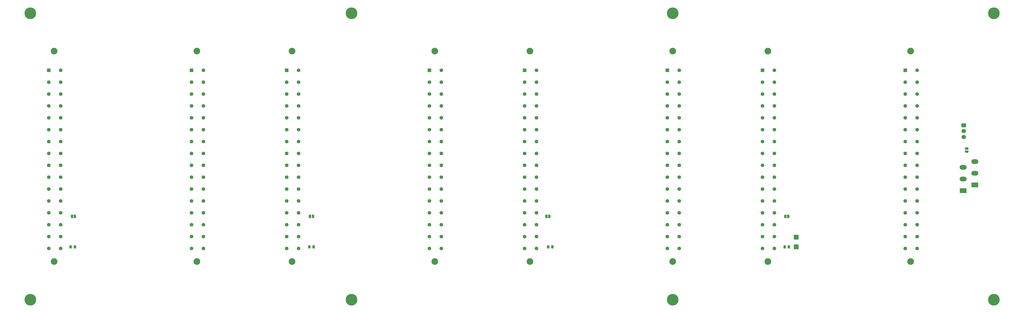
<source format=gbr>
G04 #@! TF.GenerationSoftware,KiCad,Pcbnew,(6.0.5)*
G04 #@! TF.CreationDate,2022-08-23T23:34:12+02:00*
G04 #@! TF.ProjectId,backplane,6261636b-706c-4616-9e65-2e6b69636164,rev?*
G04 #@! TF.SameCoordinates,Original*
G04 #@! TF.FileFunction,Soldermask,Bot*
G04 #@! TF.FilePolarity,Negative*
%FSLAX46Y46*%
G04 Gerber Fmt 4.6, Leading zero omitted, Abs format (unit mm)*
G04 Created by KiCad (PCBNEW (6.0.5)) date 2022-08-23 23:34:12*
%MOMM*%
%LPD*%
G01*
G04 APERTURE LIST*
G04 Aperture macros list*
%AMRoundRect*
0 Rectangle with rounded corners*
0 $1 Rounding radius*
0 $2 $3 $4 $5 $6 $7 $8 $9 X,Y pos of 4 corners*
0 Add a 4 corners polygon primitive as box body*
4,1,4,$2,$3,$4,$5,$6,$7,$8,$9,$2,$3,0*
0 Add four circle primitives for the rounded corners*
1,1,$1+$1,$2,$3*
1,1,$1+$1,$4,$5*
1,1,$1+$1,$6,$7*
1,1,$1+$1,$8,$9*
0 Add four rect primitives between the rounded corners*
20,1,$1+$1,$2,$3,$4,$5,0*
20,1,$1+$1,$4,$5,$6,$7,0*
20,1,$1+$1,$6,$7,$8,$9,0*
20,1,$1+$1,$8,$9,$2,$3,0*%
%AMFreePoly0*
4,1,22,0.500000,-0.750000,0.000000,-0.750000,0.000000,-0.745033,-0.079941,-0.743568,-0.215256,-0.701293,-0.333266,-0.622738,-0.424486,-0.514219,-0.481581,-0.384460,-0.499164,-0.250000,-0.500000,-0.250000,-0.500000,0.250000,-0.499164,0.250000,-0.499963,0.256109,-0.478152,0.396186,-0.417904,0.524511,-0.324060,0.630769,-0.204165,0.706417,-0.067858,0.745374,0.000000,0.744959,0.000000,0.750000,
0.500000,0.750000,0.500000,-0.750000,0.500000,-0.750000,$1*%
%AMFreePoly1*
4,1,20,0.000000,0.744959,0.073905,0.744508,0.209726,0.703889,0.328688,0.626782,0.421226,0.519385,0.479903,0.390333,0.500000,0.250000,0.500000,-0.250000,0.499851,-0.262216,0.476331,-0.402017,0.414519,-0.529596,0.319384,-0.634700,0.198574,-0.708877,0.061801,-0.746166,0.000000,-0.745033,0.000000,-0.750000,-0.500000,-0.750000,-0.500000,0.750000,0.000000,0.750000,0.000000,0.744959,
0.000000,0.744959,$1*%
G04 Aperture macros list end*
%ADD10C,2.850000*%
%ADD11RoundRect,0.249999X-0.525001X-0.525001X0.525001X-0.525001X0.525001X0.525001X-0.525001X0.525001X0*%
%ADD12C,1.550000*%
%ADD13C,5.000000*%
%ADD14FreePoly0,180.000000*%
%ADD15FreePoly1,180.000000*%
%ADD16RoundRect,0.250000X-0.262500X-0.450000X0.262500X-0.450000X0.262500X0.450000X-0.262500X0.450000X0*%
%ADD17RoundRect,0.250000X-0.725000X0.600000X-0.725000X-0.600000X0.725000X-0.600000X0.725000X0.600000X0*%
%ADD18O,1.950000X1.700000*%
%ADD19R,3.000000X2.000000*%
%ADD20O,3.000000X2.000000*%
%ADD21FreePoly0,90.000000*%
%ADD22FreePoly1,90.000000*%
%ADD23RoundRect,0.250001X0.799999X0.799999X-0.799999X0.799999X-0.799999X-0.799999X0.799999X-0.799999X0*%
G04 APERTURE END LIST*
D10*
G04 #@! TO.C,J106*
X281230000Y-19300000D03*
X281230000Y-109300000D03*
D11*
X278990000Y-27470000D03*
D12*
X278990000Y-32550000D03*
X278990000Y-37630000D03*
X278990000Y-42710000D03*
X278990000Y-47790000D03*
X278990000Y-52870000D03*
X278990000Y-57950000D03*
X278990000Y-63030000D03*
X278990000Y-68110000D03*
X278990000Y-73190000D03*
X278990000Y-78270000D03*
X278990000Y-83350000D03*
X278990000Y-88430000D03*
X278990000Y-93510000D03*
X278990000Y-98590000D03*
X278990000Y-103670000D03*
X284070000Y-27470000D03*
X284070000Y-32550000D03*
X284070000Y-37630000D03*
X284070000Y-42710000D03*
X284070000Y-47790000D03*
X284070000Y-52870000D03*
X284070000Y-57950000D03*
X284070000Y-63030000D03*
X284070000Y-68110000D03*
X284070000Y-73190000D03*
X284070000Y-78270000D03*
X284070000Y-83350000D03*
X284070000Y-88430000D03*
X284070000Y-93510000D03*
X284070000Y-98590000D03*
X284070000Y-103670000D03*
G04 #@! TD*
D13*
G04 #@! TO.C,H104*
X418390000Y-125600000D03*
G04 #@! TD*
D10*
G04 #@! TO.C,J104*
X179630000Y-19300000D03*
X179630000Y-109300000D03*
D11*
X177390000Y-27470000D03*
D12*
X177390000Y-32550000D03*
X177390000Y-37630000D03*
X177390000Y-42710000D03*
X177390000Y-47790000D03*
X177390000Y-52870000D03*
X177390000Y-57950000D03*
X177390000Y-63030000D03*
X177390000Y-68110000D03*
X177390000Y-73190000D03*
X177390000Y-78270000D03*
X177390000Y-83350000D03*
X177390000Y-88430000D03*
X177390000Y-93510000D03*
X177390000Y-98590000D03*
X177390000Y-103670000D03*
X182470000Y-27470000D03*
X182470000Y-32550000D03*
X182470000Y-37630000D03*
X182470000Y-42710000D03*
X182470000Y-47790000D03*
X182470000Y-52870000D03*
X182470000Y-57950000D03*
X182470000Y-63030000D03*
X182470000Y-68110000D03*
X182470000Y-73190000D03*
X182470000Y-78270000D03*
X182470000Y-83350000D03*
X182470000Y-88430000D03*
X182470000Y-93510000D03*
X182470000Y-98590000D03*
X182470000Y-103670000D03*
G04 #@! TD*
D13*
G04 #@! TO.C,H107*
X144070000Y-125600000D03*
G04 #@! TD*
D10*
G04 #@! TO.C,J108*
X382830000Y-19300000D03*
X382830000Y-109300000D03*
D11*
X380590000Y-27470000D03*
D12*
X380590000Y-32550000D03*
X380590000Y-37630000D03*
X380590000Y-42710000D03*
X380590000Y-47790000D03*
X380590000Y-52870000D03*
X380590000Y-57950000D03*
X380590000Y-63030000D03*
X380590000Y-68110000D03*
X380590000Y-73190000D03*
X380590000Y-78270000D03*
X380590000Y-83350000D03*
X380590000Y-88430000D03*
X380590000Y-93510000D03*
X380590000Y-98590000D03*
X380590000Y-103670000D03*
X385670000Y-27470000D03*
X385670000Y-32550000D03*
X385670000Y-37630000D03*
X385670000Y-42710000D03*
X385670000Y-47790000D03*
X385670000Y-52870000D03*
X385670000Y-57950000D03*
X385670000Y-63030000D03*
X385670000Y-68110000D03*
X385670000Y-73190000D03*
X385670000Y-78270000D03*
X385670000Y-83350000D03*
X385670000Y-88430000D03*
X385670000Y-93510000D03*
X385670000Y-98590000D03*
X385670000Y-103670000D03*
G04 #@! TD*
D13*
G04 #@! TO.C,H106*
X6910000Y-125600000D03*
G04 #@! TD*
D10*
G04 #@! TO.C,J103*
X118670000Y-109300000D03*
X118670000Y-19300000D03*
D11*
X116430000Y-27470000D03*
D12*
X116430000Y-32550000D03*
X116430000Y-37630000D03*
X116430000Y-42710000D03*
X116430000Y-47790000D03*
X116430000Y-52870000D03*
X116430000Y-57950000D03*
X116430000Y-63030000D03*
X116430000Y-68110000D03*
X116430000Y-73190000D03*
X116430000Y-78270000D03*
X116430000Y-83350000D03*
X116430000Y-88430000D03*
X116430000Y-93510000D03*
X116430000Y-98590000D03*
X116430000Y-103670000D03*
X121510000Y-27470000D03*
X121510000Y-32550000D03*
X121510000Y-37630000D03*
X121510000Y-42710000D03*
X121510000Y-47790000D03*
X121510000Y-52870000D03*
X121510000Y-57950000D03*
X121510000Y-63030000D03*
X121510000Y-68110000D03*
X121510000Y-73190000D03*
X121510000Y-78270000D03*
X121510000Y-83350000D03*
X121510000Y-88430000D03*
X121510000Y-93510000D03*
X121510000Y-98590000D03*
X121510000Y-103670000D03*
G04 #@! TD*
D10*
G04 #@! TO.C,J105*
X220270000Y-109300000D03*
X220270000Y-19300000D03*
D11*
X218030000Y-27470000D03*
D12*
X218030000Y-32550000D03*
X218030000Y-37630000D03*
X218030000Y-42710000D03*
X218030000Y-47790000D03*
X218030000Y-52870000D03*
X218030000Y-57950000D03*
X218030000Y-63030000D03*
X218030000Y-68110000D03*
X218030000Y-73190000D03*
X218030000Y-78270000D03*
X218030000Y-83350000D03*
X218030000Y-88430000D03*
X218030000Y-93510000D03*
X218030000Y-98590000D03*
X218030000Y-103670000D03*
X223110000Y-27470000D03*
X223110000Y-32550000D03*
X223110000Y-37630000D03*
X223110000Y-42710000D03*
X223110000Y-47790000D03*
X223110000Y-52870000D03*
X223110000Y-57950000D03*
X223110000Y-63030000D03*
X223110000Y-68110000D03*
X223110000Y-73190000D03*
X223110000Y-78270000D03*
X223110000Y-83350000D03*
X223110000Y-88430000D03*
X223110000Y-93510000D03*
X223110000Y-98590000D03*
X223110000Y-103670000D03*
G04 #@! TD*
D13*
G04 #@! TO.C,H103*
X281230000Y-3100000D03*
G04 #@! TD*
D10*
G04 #@! TO.C,J101*
X17070000Y-19300000D03*
X17070000Y-109300000D03*
D11*
X14830000Y-27470000D03*
D12*
X14830000Y-32550000D03*
X14830000Y-37630000D03*
X14830000Y-42710000D03*
X14830000Y-47790000D03*
X14830000Y-52870000D03*
X14830000Y-57950000D03*
X14830000Y-63030000D03*
X14830000Y-68110000D03*
X14830000Y-73190000D03*
X14830000Y-78270000D03*
X14830000Y-83350000D03*
X14830000Y-88430000D03*
X14830000Y-93510000D03*
X14830000Y-98590000D03*
X14830000Y-103670000D03*
X19910000Y-27470000D03*
X19910000Y-32550000D03*
X19910000Y-37630000D03*
X19910000Y-42710000D03*
X19910000Y-47790000D03*
X19910000Y-52870000D03*
X19910000Y-57950000D03*
X19910000Y-63030000D03*
X19910000Y-68110000D03*
X19910000Y-73190000D03*
X19910000Y-78270000D03*
X19910000Y-83350000D03*
X19910000Y-88430000D03*
X19910000Y-93510000D03*
X19910000Y-98590000D03*
X19910000Y-103670000D03*
G04 #@! TD*
D13*
G04 #@! TO.C,H102*
X6910000Y-3100000D03*
G04 #@! TD*
G04 #@! TO.C,H101*
X144070000Y-3100000D03*
G04 #@! TD*
G04 #@! TO.C,H105*
X281230000Y-125600000D03*
G04 #@! TD*
G04 #@! TO.C,H108*
X418390000Y-3100000D03*
G04 #@! TD*
D10*
G04 #@! TO.C,J107*
X321870000Y-19300000D03*
X321870000Y-109300000D03*
D11*
X319630000Y-27470000D03*
D12*
X319630000Y-32550000D03*
X319630000Y-37630000D03*
X319630000Y-42710000D03*
X319630000Y-47790000D03*
X319630000Y-52870000D03*
X319630000Y-57950000D03*
X319630000Y-63030000D03*
X319630000Y-68110000D03*
X319630000Y-73190000D03*
X319630000Y-78270000D03*
X319630000Y-83350000D03*
X319630000Y-88430000D03*
X319630000Y-93510000D03*
X319630000Y-98590000D03*
X319630000Y-103670000D03*
X324710000Y-27470000D03*
X324710000Y-32550000D03*
X324710000Y-37630000D03*
X324710000Y-42710000D03*
X324710000Y-47790000D03*
X324710000Y-52870000D03*
X324710000Y-57950000D03*
X324710000Y-63030000D03*
X324710000Y-68110000D03*
X324710000Y-73190000D03*
X324710000Y-78270000D03*
X324710000Y-83350000D03*
X324710000Y-88430000D03*
X324710000Y-93510000D03*
X324710000Y-98590000D03*
X324710000Y-103670000D03*
G04 #@! TD*
D10*
G04 #@! TO.C,J102*
X78030000Y-109300000D03*
X78030000Y-19300000D03*
D11*
X75790000Y-27470000D03*
D12*
X75790000Y-32550000D03*
X75790000Y-37630000D03*
X75790000Y-42710000D03*
X75790000Y-47790000D03*
X75790000Y-52870000D03*
X75790000Y-57950000D03*
X75790000Y-63030000D03*
X75790000Y-68110000D03*
X75790000Y-73190000D03*
X75790000Y-78270000D03*
X75790000Y-83350000D03*
X75790000Y-88430000D03*
X75790000Y-93510000D03*
X75790000Y-98590000D03*
X75790000Y-103670000D03*
X80870000Y-27470000D03*
X80870000Y-32550000D03*
X80870000Y-37630000D03*
X80870000Y-42710000D03*
X80870000Y-47790000D03*
X80870000Y-52870000D03*
X80870000Y-57950000D03*
X80870000Y-63030000D03*
X80870000Y-68110000D03*
X80870000Y-73190000D03*
X80870000Y-78270000D03*
X80870000Y-83350000D03*
X80870000Y-88430000D03*
X80870000Y-93510000D03*
X80870000Y-98590000D03*
X80870000Y-103670000D03*
G04 #@! TD*
D14*
G04 #@! TO.C,JP104*
X330650000Y-90000000D03*
D15*
X329350000Y-90000000D03*
G04 #@! TD*
D16*
G04 #@! TO.C,R101*
X24175000Y-103000000D03*
X26000000Y-103000000D03*
G04 #@! TD*
G04 #@! TO.C,R104*
X329087500Y-103000000D03*
X330912500Y-103000000D03*
G04 #@! TD*
G04 #@! TO.C,R103*
X228087500Y-103000000D03*
X229912500Y-103000000D03*
G04 #@! TD*
D14*
G04 #@! TO.C,JP103*
X228650000Y-90000000D03*
D15*
X227350000Y-90000000D03*
G04 #@! TD*
D16*
G04 #@! TO.C,R102*
X126087500Y-103000000D03*
X127912500Y-103000000D03*
G04 #@! TD*
D14*
G04 #@! TO.C,JP102*
X127650000Y-90000000D03*
D15*
X126350000Y-90000000D03*
G04 #@! TD*
D17*
G04 #@! TO.C,J110*
X405550000Y-51000000D03*
D18*
X405550000Y-53500000D03*
X405550000Y-56000000D03*
G04 #@! TD*
D19*
G04 #@! TO.C,J109*
X405300000Y-79000000D03*
X410300000Y-76500000D03*
D20*
X410300000Y-71500000D03*
X405300000Y-74000000D03*
X405300000Y-69000000D03*
X410300000Y-66500000D03*
G04 #@! TD*
D21*
G04 #@! TO.C,JP105*
X406800000Y-62250000D03*
D22*
X406800000Y-60950000D03*
G04 #@! TD*
D23*
G04 #@! TO.C,J112*
X334000000Y-98850000D03*
G04 #@! TD*
D14*
G04 #@! TO.C,JP101*
X26000000Y-90000000D03*
D15*
X24700000Y-90000000D03*
G04 #@! TD*
D23*
G04 #@! TO.C,J111*
X334000000Y-103000000D03*
G04 #@! TD*
M02*

</source>
